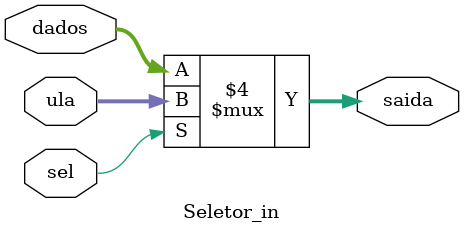
<source format=v>
module Seletor_in (sel, dados, ula, saida);
		input [3:0]dados;
		input [3:0]ula;
		input sel;
		
		output reg [3:0] saida;
	
		always @(*)begin
			if(sel==0)
					saida<=dados[3:0];
			else
					saida<=ula;
		end
			
endmodule

</source>
